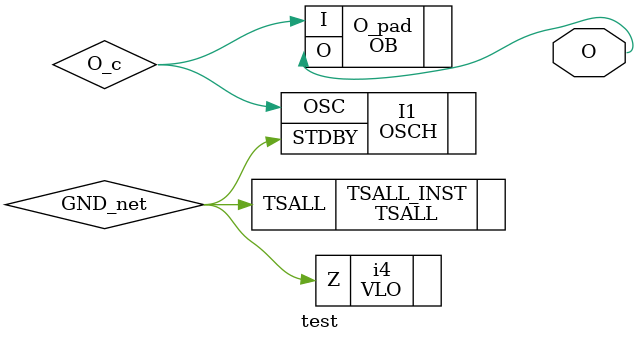
<source format=v>

module test (O) /* synthesis syn_module_defined=1 */ ;   // c:/users/rrhar/desktop/dt/timer/impl1/test.v(3[8:12])
    output O;   // c:/users/rrhar/desktop/dt/timer/impl1/test.v(4[8:9])
    
    
    wire O_c, GND_net, VCC_net;
    
    OB O_pad (.I(O_c), .O(O));   // c:/users/rrhar/desktop/dt/timer/impl1/test.v(4[8:9])
    VHI i12 (.Z(VCC_net));
    OSCH I1 (.STDBY(GND_net), .OSC(O_c)) /* synthesis syn_instantiated=1 */ ;
    defparam I1.NOM_FREQ = "2.08";
    GSR GSR_INST (.GSR(VCC_net));
    TSALL TSALL_INST (.TSALL(GND_net));
    PUR PUR_INST (.PUR(VCC_net));
    defparam PUR_INST.RST_PULSE = 1;
    VLO i4 (.Z(GND_net));
    
endmodule
//
// Verilog Description of module TSALL
// module not written out since it is a black-box. 
//

//
// Verilog Description of module PUR
// module not written out since it is a black-box. 
//


</source>
